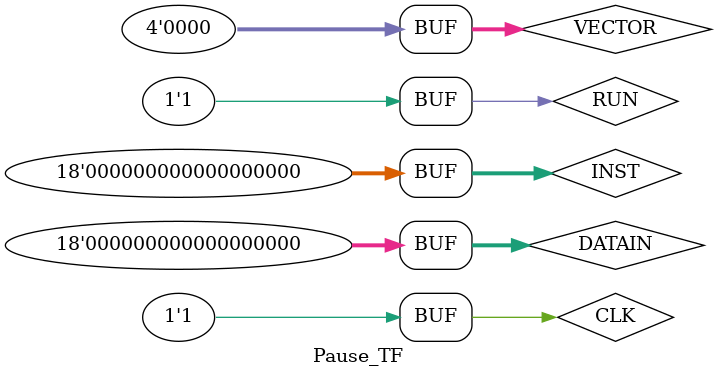
<source format=v>

`timescale 1ns / 1ps

module Pause_TF;

    // Inputs
    reg CLK;
    reg RUN;
    reg [17:0] INST;
    reg [3:0] VECTOR;
    reg [17:0] DATAIN;

    // Outputs
    wire [63:0] BITS;
    wire CONST_RD;
    wire PORT_RD;
    wire PORT_WR;
    wire RAM_WR;
    wire RESET;
    wire [17:0] DATAOUT;
    wire [17:0] ADRS;
    wire [11:0] PC;

    // Instantiate the Unit Under Test (UUT)
    Core18 uut (
        .CLK(CLK),
        .RUN(RUN),
        .INST(INST),
        .VECTOR(VECTOR),
        .DATAIN(DATAIN),
        .BITSIN(BITS),

        .BITSOUT(BITS),
        .CONST_RD(CONST_RD),
        .PORT_RD(PORT_RD),
        .PORT_WR(PORT_WR),
        .RESET(RESET),
        .RAM_WR(RAM_WR),
        .DATAOUT(DATAOUT),
        .ADRS(ADRS),
        .PC(PC)
    );

    initial begin
        // Initialize Inputs
        CLK = 0;
        RUN = 0;
        INST = 0;
        VECTOR = 0;
        DATAIN = 0;

        #15;
        
        //------------------------------------------------------------------------------------------
        #5 CLK = 0; #10 CLK = 1; #5;
        #5 CLK = 0; #10 CLK = 1; #5;

        RUN = 1;

        INST = 18'o050010; // TIMER 8
        #5 CLK = 0; #10 CLK = 1; #5;
        #5 CLK = 0; #10 CLK = 1; #5;
        if (uut.Timer_.counter != 12'o0010) $display("Timer counter error");
        if (uut.Timer_.ZERO != 1'b0) $display("Timer ZERO error");

        INST = 18'o000200; // PAUSE
        #5 CLK = 0; #10 CLK = 1; #5;
        #5 CLK = 0; #10 CLK = 1; #5;
        #5 CLK = 0; #10 CLK = 1; #5;
        #5 CLK = 0; #10 CLK = 1; #5;
        #5 CLK = 0; #10 CLK = 1; #5;
        if (uut.PC != 12'o0001) $display("PC error");
        if (uut.Timer_.counter != 12'o0003) $display("Timer counter error");
        if (uut.Timer_.ZERO != 1'b0) $display("Timer ZERO error");
        #5 CLK = 0; #10 CLK = 1; #5;
        if (uut.PC != 12'o0001) $display("PC error");
        if (uut.Timer_.counter != 12'o0002) $display("Timer counter error");
        if (uut.Timer_.ZERO != 1'b0) $display("Timer ZERO error");
        #5 CLK = 0; #10 CLK = 1; #5;
        if (uut.PC != 12'o0001) $display("PC error");
        if (uut.Timer_.counter != 12'o0001) $display("Timer counter error");
        if (uut.Timer_.ZERO != 1'b0) $display("Timer ZERO error");
        #5 CLK = 0; #10 CLK = 1; #5;
        if (uut.PC != 12'o0001) $display("PC error");
        if (uut.Timer_.counter != 12'o0000) $display("Timer counter error");
        if (uut.Timer_.ZERO != 1'b1) $display("Timer ZERO error");
        #5 CLK = 0; #10 CLK = 1; #5;
        if (uut.PC != 12'o0002) $display("PC error");
        if (uut.Timer_.counter != 12'o0000) $display("Timer counter error");
        if (uut.Timer_.ZERO != 1'b1) $display("Timer ZERO error");
        #5 CLK = 0; #10 CLK = 1; #5;
        if (uut.PC != 12'o0003) $display("PC error");
        #5 CLK = 0; #10 CLK = 1; #5;
        #5 CLK = 0; #10 CLK = 1; #5;

        INST = 18'o000000; // NOP
        #5 CLK = 0; #10 CLK = 1; #5;

    end
      
endmodule


</source>
